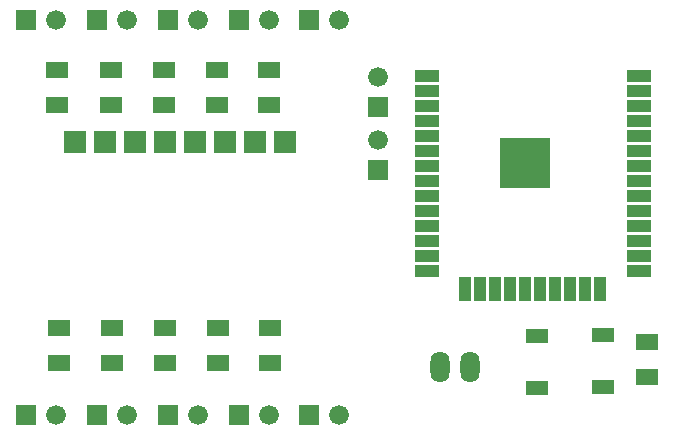
<source format=gts>
G04 Layer: TopSolderMaskLayer*
G04 EasyEDA v6.5.48, 2025-03-18 13:34:47*
G04 7eabae28df64481683c8fee008179a12,87df033457c64ae98c411226fbcdc187,10*
G04 Gerber Generator version 0.2*
G04 Scale: 100 percent, Rotated: No, Reflected: No *
G04 Dimensions in millimeters *
G04 leading zeros omitted , absolute positions ,4 integer and 5 decimal *
%FSLAX45Y45*%
%MOMM*%

%AMMACRO1*4,1,8,-1.0208,-0.5001,-1.05,-0.4707,-1.05,0.4709,-1.0208,0.5001,1.0206,0.5001,1.05,0.4709,1.05,-0.4707,1.0206,-0.5001,-1.0208,-0.5001,0*%
%AMMACRO2*4,1,8,-0.4709,-1.05,-0.5001,-1.0206,-0.5001,1.0208,-0.4709,1.05,0.4707,1.05,0.5001,1.0208,0.5001,-1.0206,0.4707,-1.05,-0.4709,-1.05,0*%
%AMMACRO3*4,1,8,-2.0707,-2.0999,-2.0999,-2.0705,-2.0999,2.0707,-2.0707,2.0999,2.0705,2.0999,2.0999,2.0707,2.0999,-2.0705,2.0705,-2.0999,-2.0707,-2.0999,0*%
%AMMACRO4*4,1,8,-0.921,-0.5508,-0.9507,-0.5208,-0.9507,0.5211,-0.921,0.5508,0.9207,0.5508,0.9507,0.5211,0.9507,-0.5208,0.9207,-0.5508,-0.921,-0.5508,0*%
%AMMACRO5*4,1,8,-0.8715,-0.6546,-0.9012,-0.6246,-0.9012,0.6248,-0.8715,0.6546,0.8712,0.6546,0.9012,0.6248,0.9012,-0.6246,0.8712,-0.6546,-0.8715,-0.6546,0*%
%AMMACRO6*4,1,8,-0.8085,-0.8382,-0.8382,-0.8082,-0.8382,0.8085,-0.8085,0.8382,0.8082,0.8382,0.8382,0.8085,0.8382,-0.8082,0.8082,-0.8382,-0.8085,-0.8382,0*%
%AMMACRO7*4,1,8,-0.8922,-0.9516,-0.9516,-0.8919,-0.9516,0.8922,-0.8922,0.9516,0.8919,0.9516,0.9516,0.8922,0.9516,-0.8919,0.8919,-0.9516,-0.8922,-0.9516,0*%
%ADD10MACRO1*%
%ADD11MACRO2*%
%ADD12MACRO3*%
%ADD13MACRO4*%
%ADD14MACRO5*%
%ADD15MACRO6*%
%ADD16C,1.6764*%
%ADD17O,1.6239998X2.6399998*%
%ADD18MACRO7*%

%LPD*%
D10*
G01*
X20538262Y3306114D03*
G01*
X20538262Y3179114D03*
G01*
X20538262Y3052114D03*
G01*
X20538262Y2925114D03*
G01*
X20538262Y2798114D03*
G01*
X20538262Y2671114D03*
G01*
X20538262Y2544114D03*
G01*
X20538262Y2417114D03*
G01*
X20538262Y2290114D03*
G01*
X20538262Y2163114D03*
G01*
X20538262Y2036114D03*
G01*
X20538262Y1909114D03*
G01*
X20538262Y1782114D03*
G01*
X20538262Y1655114D03*
D11*
G01*
X20866760Y1505102D03*
G01*
X20993760Y1505102D03*
G01*
X21120760Y1505102D03*
G01*
X21247760Y1505102D03*
G01*
X21374760Y1505102D03*
G01*
X21501760Y1505102D03*
G01*
X21628760Y1505102D03*
G01*
X21755760Y1505102D03*
G01*
X21882760Y1505102D03*
G01*
X22009760Y1505102D03*
D10*
G01*
X22338258Y1655114D03*
G01*
X22338258Y1782114D03*
G01*
X22338258Y1909114D03*
G01*
X22338258Y2036114D03*
G01*
X22338258Y2163114D03*
G01*
X22338258Y2290114D03*
G01*
X22338258Y2417114D03*
G01*
X22338258Y2544114D03*
G01*
X22338258Y2671114D03*
G01*
X22338258Y2798114D03*
G01*
X22338258Y2925114D03*
G01*
X22338258Y3052114D03*
G01*
X22338258Y3179114D03*
G01*
X22338258Y3306114D03*
D12*
G01*
X21370251Y2572092D03*
D13*
G01*
X21476360Y661606D03*
G01*
X21476360Y1101610D03*
D14*
G01*
X22403460Y1054887D03*
G01*
X22403460Y759129D03*
D13*
G01*
X22035160Y674306D03*
G01*
X22035160Y1114310D03*
D15*
G01*
X20130160Y3040608D03*
D16*
G01*
X20130160Y3294608D03*
D15*
G01*
X20130160Y2507208D03*
D16*
G01*
X20130160Y2761208D03*
D17*
G01*
X20650860Y843508D03*
G01*
X20904860Y843508D03*
D18*
G01*
X19342773Y2748495D03*
G01*
X19088773Y2748495D03*
G01*
X18834773Y2748495D03*
G01*
X18580773Y2748495D03*
G01*
X18326773Y2748495D03*
G01*
X18072773Y2748495D03*
G01*
X17818773Y2748495D03*
G01*
X17564773Y2748495D03*
D15*
G01*
X17145660Y3777208D03*
D16*
G01*
X17399660Y3777208D03*
D15*
G01*
X17745659Y3777208D03*
D16*
G01*
X17999659Y3777208D03*
D15*
G01*
X18345658Y3777208D03*
D16*
G01*
X18599658Y3777208D03*
D15*
G01*
X18945656Y3777208D03*
D16*
G01*
X19199656Y3777208D03*
D15*
G01*
X19545655Y3777208D03*
D16*
G01*
X19799655Y3777208D03*
D15*
G01*
X17145660Y437108D03*
D16*
G01*
X17399660Y437108D03*
D15*
G01*
X17745659Y437108D03*
D16*
G01*
X17999659Y437108D03*
D15*
G01*
X18345658Y437108D03*
D16*
G01*
X18599658Y437108D03*
D15*
G01*
X18945656Y437108D03*
D16*
G01*
X19199656Y437108D03*
D15*
G01*
X19545655Y437108D03*
D16*
G01*
X19799655Y437108D03*
D14*
G01*
X17412360Y3353587D03*
G01*
X17412360Y3057829D03*
G01*
X17861584Y3353587D03*
G01*
X17861584Y3057829D03*
G01*
X18310809Y3353587D03*
G01*
X18310809Y3057829D03*
G01*
X18760033Y3353587D03*
G01*
X18760033Y3057829D03*
G01*
X19203060Y3353587D03*
G01*
X19203060Y3057829D03*
G01*
X17425060Y1169187D03*
G01*
X17425060Y873429D03*
G01*
X17872735Y1169187D03*
G01*
X17872735Y873429D03*
G01*
X18320410Y1169187D03*
G01*
X18320410Y873429D03*
G01*
X18768085Y1169187D03*
G01*
X18768085Y873429D03*
G01*
X19215760Y1169187D03*
G01*
X19215760Y873429D03*
M02*

</source>
